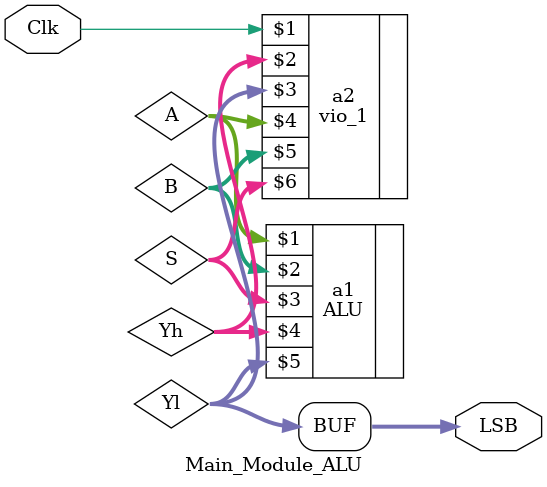
<source format=v>
`timescale 1ns / 1ps


module Main_Module_ALU(
    input Clk,
    output [7:0] LSB
    );
    wire [7:0] A;
    wire[7:0] B;
        wire [2:0] S;
        wire[7:0] Yh;
        wire [7:0]Yl;
    ALU a1(A,B,S,Yh,Yl);
    vio_1 a2(Clk,Yh,Yl,A,B,S);
    assign LSB=Yl;
endmodule

</source>
